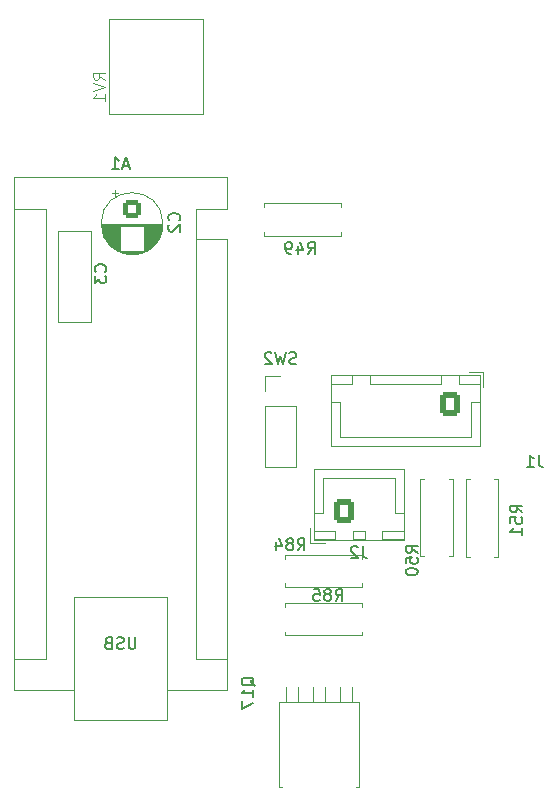
<source format=gbo>
G04 #@! TF.GenerationSoftware,KiCad,Pcbnew,9.0.6-9.0.6~ubuntu22.04.1*
G04 #@! TF.CreationDate,2025-11-27T17:33:19+09:00*
G04 #@! TF.ProjectId,LineSensor,4c696e65-5365-46e7-936f-722e6b696361,rev?*
G04 #@! TF.SameCoordinates,Original*
G04 #@! TF.FileFunction,Legend,Bot*
G04 #@! TF.FilePolarity,Positive*
%FSLAX46Y46*%
G04 Gerber Fmt 4.6, Leading zero omitted, Abs format (unit mm)*
G04 Created by KiCad (PCBNEW 9.0.6-9.0.6~ubuntu22.04.1) date 2025-11-27 17:33:19*
%MOMM*%
%LPD*%
G01*
G04 APERTURE LIST*
G04 Aperture macros list*
%AMRoundRect*
0 Rectangle with rounded corners*
0 $1 Rounding radius*
0 $2 $3 $4 $5 $6 $7 $8 $9 X,Y pos of 4 corners*
0 Add a 4 corners polygon primitive as box body*
4,1,4,$2,$3,$4,$5,$6,$7,$8,$9,$2,$3,0*
0 Add four circle primitives for the rounded corners*
1,1,$1+$1,$2,$3*
1,1,$1+$1,$4,$5*
1,1,$1+$1,$6,$7*
1,1,$1+$1,$8,$9*
0 Add four rect primitives between the rounded corners*
20,1,$1+$1,$2,$3,$4,$5,0*
20,1,$1+$1,$4,$5,$6,$7,0*
20,1,$1+$1,$6,$7,$8,$9,0*
20,1,$1+$1,$8,$9,$2,$3,0*%
G04 Aperture macros list end*
%ADD10C,0.150000*%
%ADD11C,0.100000*%
%ADD12C,0.120000*%
%ADD13C,3.200000*%
%ADD14R,1.700000X1.700000*%
%ADD15C,1.700000*%
%ADD16C,1.600000*%
%ADD17RoundRect,0.250000X-0.550000X0.550000X-0.550000X-0.550000X0.550000X-0.550000X0.550000X0.550000X0*%
%ADD18RoundRect,0.250000X-0.600000X-0.750000X0.600000X-0.750000X0.600000X0.750000X-0.600000X0.750000X0*%
%ADD19O,1.700000X2.000000*%
%ADD20RoundRect,0.250000X0.600000X0.725000X-0.600000X0.725000X-0.600000X-0.725000X0.600000X-0.725000X0*%
%ADD21O,1.700000X1.950000*%
%ADD22R,1.600000X1.600000*%
%ADD23O,1.600000X1.600000*%
%ADD24C,1.400000*%
%ADD25C,2.000000*%
%ADD26R,1.717500X1.800000*%
%ADD27O,1.717500X1.800000*%
%ADD28R,5.700000X6.200000*%
G04 APERTURE END LIST*
D10*
X164867332Y-92952200D02*
X164724475Y-92999819D01*
X164724475Y-92999819D02*
X164486380Y-92999819D01*
X164486380Y-92999819D02*
X164391142Y-92952200D01*
X164391142Y-92952200D02*
X164343523Y-92904580D01*
X164343523Y-92904580D02*
X164295904Y-92809342D01*
X164295904Y-92809342D02*
X164295904Y-92714104D01*
X164295904Y-92714104D02*
X164343523Y-92618866D01*
X164343523Y-92618866D02*
X164391142Y-92571247D01*
X164391142Y-92571247D02*
X164486380Y-92523628D01*
X164486380Y-92523628D02*
X164676856Y-92476009D01*
X164676856Y-92476009D02*
X164772094Y-92428390D01*
X164772094Y-92428390D02*
X164819713Y-92380771D01*
X164819713Y-92380771D02*
X164867332Y-92285533D01*
X164867332Y-92285533D02*
X164867332Y-92190295D01*
X164867332Y-92190295D02*
X164819713Y-92095057D01*
X164819713Y-92095057D02*
X164772094Y-92047438D01*
X164772094Y-92047438D02*
X164676856Y-91999819D01*
X164676856Y-91999819D02*
X164438761Y-91999819D01*
X164438761Y-91999819D02*
X164295904Y-92047438D01*
X163962570Y-91999819D02*
X163724475Y-92999819D01*
X163724475Y-92999819D02*
X163533999Y-92285533D01*
X163533999Y-92285533D02*
X163343523Y-92999819D01*
X163343523Y-92999819D02*
X163105428Y-91999819D01*
X162772094Y-92095057D02*
X162724475Y-92047438D01*
X162724475Y-92047438D02*
X162629237Y-91999819D01*
X162629237Y-91999819D02*
X162391142Y-91999819D01*
X162391142Y-91999819D02*
X162295904Y-92047438D01*
X162295904Y-92047438D02*
X162248285Y-92095057D01*
X162248285Y-92095057D02*
X162200666Y-92190295D01*
X162200666Y-92190295D02*
X162200666Y-92285533D01*
X162200666Y-92285533D02*
X162248285Y-92428390D01*
X162248285Y-92428390D02*
X162819713Y-92999819D01*
X162819713Y-92999819D02*
X162200666Y-92999819D01*
X164985857Y-108756819D02*
X165319190Y-108280628D01*
X165557285Y-108756819D02*
X165557285Y-107756819D01*
X165557285Y-107756819D02*
X165176333Y-107756819D01*
X165176333Y-107756819D02*
X165081095Y-107804438D01*
X165081095Y-107804438D02*
X165033476Y-107852057D01*
X165033476Y-107852057D02*
X164985857Y-107947295D01*
X164985857Y-107947295D02*
X164985857Y-108090152D01*
X164985857Y-108090152D02*
X165033476Y-108185390D01*
X165033476Y-108185390D02*
X165081095Y-108233009D01*
X165081095Y-108233009D02*
X165176333Y-108280628D01*
X165176333Y-108280628D02*
X165557285Y-108280628D01*
X164414428Y-108185390D02*
X164509666Y-108137771D01*
X164509666Y-108137771D02*
X164557285Y-108090152D01*
X164557285Y-108090152D02*
X164604904Y-107994914D01*
X164604904Y-107994914D02*
X164604904Y-107947295D01*
X164604904Y-107947295D02*
X164557285Y-107852057D01*
X164557285Y-107852057D02*
X164509666Y-107804438D01*
X164509666Y-107804438D02*
X164414428Y-107756819D01*
X164414428Y-107756819D02*
X164223952Y-107756819D01*
X164223952Y-107756819D02*
X164128714Y-107804438D01*
X164128714Y-107804438D02*
X164081095Y-107852057D01*
X164081095Y-107852057D02*
X164033476Y-107947295D01*
X164033476Y-107947295D02*
X164033476Y-107994914D01*
X164033476Y-107994914D02*
X164081095Y-108090152D01*
X164081095Y-108090152D02*
X164128714Y-108137771D01*
X164128714Y-108137771D02*
X164223952Y-108185390D01*
X164223952Y-108185390D02*
X164414428Y-108185390D01*
X164414428Y-108185390D02*
X164509666Y-108233009D01*
X164509666Y-108233009D02*
X164557285Y-108280628D01*
X164557285Y-108280628D02*
X164604904Y-108375866D01*
X164604904Y-108375866D02*
X164604904Y-108566342D01*
X164604904Y-108566342D02*
X164557285Y-108661580D01*
X164557285Y-108661580D02*
X164509666Y-108709200D01*
X164509666Y-108709200D02*
X164414428Y-108756819D01*
X164414428Y-108756819D02*
X164223952Y-108756819D01*
X164223952Y-108756819D02*
X164128714Y-108709200D01*
X164128714Y-108709200D02*
X164081095Y-108661580D01*
X164081095Y-108661580D02*
X164033476Y-108566342D01*
X164033476Y-108566342D02*
X164033476Y-108375866D01*
X164033476Y-108375866D02*
X164081095Y-108280628D01*
X164081095Y-108280628D02*
X164128714Y-108233009D01*
X164128714Y-108233009D02*
X164223952Y-108185390D01*
X163176333Y-108090152D02*
X163176333Y-108756819D01*
X163414428Y-107709200D02*
X163652523Y-108423485D01*
X163652523Y-108423485D02*
X163033476Y-108423485D01*
X154939580Y-80824445D02*
X154987200Y-80776826D01*
X154987200Y-80776826D02*
X155034819Y-80633969D01*
X155034819Y-80633969D02*
X155034819Y-80538731D01*
X155034819Y-80538731D02*
X154987200Y-80395874D01*
X154987200Y-80395874D02*
X154891961Y-80300636D01*
X154891961Y-80300636D02*
X154796723Y-80253017D01*
X154796723Y-80253017D02*
X154606247Y-80205398D01*
X154606247Y-80205398D02*
X154463390Y-80205398D01*
X154463390Y-80205398D02*
X154272914Y-80253017D01*
X154272914Y-80253017D02*
X154177676Y-80300636D01*
X154177676Y-80300636D02*
X154082438Y-80395874D01*
X154082438Y-80395874D02*
X154034819Y-80538731D01*
X154034819Y-80538731D02*
X154034819Y-80633969D01*
X154034819Y-80633969D02*
X154082438Y-80776826D01*
X154082438Y-80776826D02*
X154130057Y-80824445D01*
X154130057Y-81205398D02*
X154082438Y-81253017D01*
X154082438Y-81253017D02*
X154034819Y-81348255D01*
X154034819Y-81348255D02*
X154034819Y-81586350D01*
X154034819Y-81586350D02*
X154082438Y-81681588D01*
X154082438Y-81681588D02*
X154130057Y-81729207D01*
X154130057Y-81729207D02*
X154225295Y-81776826D01*
X154225295Y-81776826D02*
X154320533Y-81776826D01*
X154320533Y-81776826D02*
X154463390Y-81729207D01*
X154463390Y-81729207D02*
X155034819Y-81157779D01*
X155034819Y-81157779D02*
X155034819Y-81776826D01*
X170483333Y-108404819D02*
X170483333Y-109119104D01*
X170483333Y-109119104D02*
X170530952Y-109261961D01*
X170530952Y-109261961D02*
X170626190Y-109357200D01*
X170626190Y-109357200D02*
X170769047Y-109404819D01*
X170769047Y-109404819D02*
X170864285Y-109404819D01*
X170054761Y-108500057D02*
X170007142Y-108452438D01*
X170007142Y-108452438D02*
X169911904Y-108404819D01*
X169911904Y-108404819D02*
X169673809Y-108404819D01*
X169673809Y-108404819D02*
X169578571Y-108452438D01*
X169578571Y-108452438D02*
X169530952Y-108500057D01*
X169530952Y-108500057D02*
X169483333Y-108595295D01*
X169483333Y-108595295D02*
X169483333Y-108690533D01*
X169483333Y-108690533D02*
X169530952Y-108833390D01*
X169530952Y-108833390D02*
X170102380Y-109404819D01*
X170102380Y-109404819D02*
X169483333Y-109404819D01*
X185402333Y-100687819D02*
X185402333Y-101402104D01*
X185402333Y-101402104D02*
X185449952Y-101544961D01*
X185449952Y-101544961D02*
X185545190Y-101640200D01*
X185545190Y-101640200D02*
X185688047Y-101687819D01*
X185688047Y-101687819D02*
X185783285Y-101687819D01*
X184402333Y-101687819D02*
X184973761Y-101687819D01*
X184688047Y-101687819D02*
X184688047Y-100687819D01*
X184688047Y-100687819D02*
X184783285Y-100830676D01*
X184783285Y-100830676D02*
X184878523Y-100925914D01*
X184878523Y-100925914D02*
X184973761Y-100973533D01*
X150704285Y-76198104D02*
X150228095Y-76198104D01*
X150799523Y-76483819D02*
X150466190Y-75483819D01*
X150466190Y-75483819D02*
X150132857Y-76483819D01*
X149275714Y-76483819D02*
X149847142Y-76483819D01*
X149561428Y-76483819D02*
X149561428Y-75483819D01*
X149561428Y-75483819D02*
X149656666Y-75626676D01*
X149656666Y-75626676D02*
X149751904Y-75721914D01*
X149751904Y-75721914D02*
X149847142Y-75769533D01*
X151251904Y-116123819D02*
X151251904Y-116933342D01*
X151251904Y-116933342D02*
X151204285Y-117028580D01*
X151204285Y-117028580D02*
X151156666Y-117076200D01*
X151156666Y-117076200D02*
X151061428Y-117123819D01*
X151061428Y-117123819D02*
X150870952Y-117123819D01*
X150870952Y-117123819D02*
X150775714Y-117076200D01*
X150775714Y-117076200D02*
X150728095Y-117028580D01*
X150728095Y-117028580D02*
X150680476Y-116933342D01*
X150680476Y-116933342D02*
X150680476Y-116123819D01*
X150251904Y-117076200D02*
X150109047Y-117123819D01*
X150109047Y-117123819D02*
X149870952Y-117123819D01*
X149870952Y-117123819D02*
X149775714Y-117076200D01*
X149775714Y-117076200D02*
X149728095Y-117028580D01*
X149728095Y-117028580D02*
X149680476Y-116933342D01*
X149680476Y-116933342D02*
X149680476Y-116838104D01*
X149680476Y-116838104D02*
X149728095Y-116742866D01*
X149728095Y-116742866D02*
X149775714Y-116695247D01*
X149775714Y-116695247D02*
X149870952Y-116647628D01*
X149870952Y-116647628D02*
X150061428Y-116600009D01*
X150061428Y-116600009D02*
X150156666Y-116552390D01*
X150156666Y-116552390D02*
X150204285Y-116504771D01*
X150204285Y-116504771D02*
X150251904Y-116409533D01*
X150251904Y-116409533D02*
X150251904Y-116314295D01*
X150251904Y-116314295D02*
X150204285Y-116219057D01*
X150204285Y-116219057D02*
X150156666Y-116171438D01*
X150156666Y-116171438D02*
X150061428Y-116123819D01*
X150061428Y-116123819D02*
X149823333Y-116123819D01*
X149823333Y-116123819D02*
X149680476Y-116171438D01*
X148918571Y-116600009D02*
X148775714Y-116647628D01*
X148775714Y-116647628D02*
X148728095Y-116695247D01*
X148728095Y-116695247D02*
X148680476Y-116790485D01*
X148680476Y-116790485D02*
X148680476Y-116933342D01*
X148680476Y-116933342D02*
X148728095Y-117028580D01*
X148728095Y-117028580D02*
X148775714Y-117076200D01*
X148775714Y-117076200D02*
X148870952Y-117123819D01*
X148870952Y-117123819D02*
X149251904Y-117123819D01*
X149251904Y-117123819D02*
X149251904Y-116123819D01*
X149251904Y-116123819D02*
X148918571Y-116123819D01*
X148918571Y-116123819D02*
X148823333Y-116171438D01*
X148823333Y-116171438D02*
X148775714Y-116219057D01*
X148775714Y-116219057D02*
X148728095Y-116314295D01*
X148728095Y-116314295D02*
X148728095Y-116409533D01*
X148728095Y-116409533D02*
X148775714Y-116504771D01*
X148775714Y-116504771D02*
X148823333Y-116552390D01*
X148823333Y-116552390D02*
X148918571Y-116600009D01*
X148918571Y-116600009D02*
X149251904Y-116600009D01*
X184004819Y-105557142D02*
X183528628Y-105223809D01*
X184004819Y-104985714D02*
X183004819Y-104985714D01*
X183004819Y-104985714D02*
X183004819Y-105366666D01*
X183004819Y-105366666D02*
X183052438Y-105461904D01*
X183052438Y-105461904D02*
X183100057Y-105509523D01*
X183100057Y-105509523D02*
X183195295Y-105557142D01*
X183195295Y-105557142D02*
X183338152Y-105557142D01*
X183338152Y-105557142D02*
X183433390Y-105509523D01*
X183433390Y-105509523D02*
X183481009Y-105461904D01*
X183481009Y-105461904D02*
X183528628Y-105366666D01*
X183528628Y-105366666D02*
X183528628Y-104985714D01*
X183004819Y-106461904D02*
X183004819Y-105985714D01*
X183004819Y-105985714D02*
X183481009Y-105938095D01*
X183481009Y-105938095D02*
X183433390Y-105985714D01*
X183433390Y-105985714D02*
X183385771Y-106080952D01*
X183385771Y-106080952D02*
X183385771Y-106319047D01*
X183385771Y-106319047D02*
X183433390Y-106414285D01*
X183433390Y-106414285D02*
X183481009Y-106461904D01*
X183481009Y-106461904D02*
X183576247Y-106509523D01*
X183576247Y-106509523D02*
X183814342Y-106509523D01*
X183814342Y-106509523D02*
X183909580Y-106461904D01*
X183909580Y-106461904D02*
X183957200Y-106414285D01*
X183957200Y-106414285D02*
X184004819Y-106319047D01*
X184004819Y-106319047D02*
X184004819Y-106080952D01*
X184004819Y-106080952D02*
X183957200Y-105985714D01*
X183957200Y-105985714D02*
X183909580Y-105938095D01*
X184004819Y-107461904D02*
X184004819Y-106890476D01*
X184004819Y-107176190D02*
X183004819Y-107176190D01*
X183004819Y-107176190D02*
X183147676Y-107080952D01*
X183147676Y-107080952D02*
X183242914Y-106985714D01*
X183242914Y-106985714D02*
X183290533Y-106890476D01*
D11*
X148657419Y-68904761D02*
X148181228Y-68571428D01*
X148657419Y-68333333D02*
X147657419Y-68333333D01*
X147657419Y-68333333D02*
X147657419Y-68714285D01*
X147657419Y-68714285D02*
X147705038Y-68809523D01*
X147705038Y-68809523D02*
X147752657Y-68857142D01*
X147752657Y-68857142D02*
X147847895Y-68904761D01*
X147847895Y-68904761D02*
X147990752Y-68904761D01*
X147990752Y-68904761D02*
X148085990Y-68857142D01*
X148085990Y-68857142D02*
X148133609Y-68809523D01*
X148133609Y-68809523D02*
X148181228Y-68714285D01*
X148181228Y-68714285D02*
X148181228Y-68333333D01*
X147657419Y-69190476D02*
X148657419Y-69523809D01*
X148657419Y-69523809D02*
X147657419Y-69857142D01*
X148657419Y-70714285D02*
X148657419Y-70142857D01*
X148657419Y-70428571D02*
X147657419Y-70428571D01*
X147657419Y-70428571D02*
X147800276Y-70333333D01*
X147800276Y-70333333D02*
X147895514Y-70238095D01*
X147895514Y-70238095D02*
X147943133Y-70142857D01*
D10*
X148704580Y-85179333D02*
X148752200Y-85131714D01*
X148752200Y-85131714D02*
X148799819Y-84988857D01*
X148799819Y-84988857D02*
X148799819Y-84893619D01*
X148799819Y-84893619D02*
X148752200Y-84750762D01*
X148752200Y-84750762D02*
X148656961Y-84655524D01*
X148656961Y-84655524D02*
X148561723Y-84607905D01*
X148561723Y-84607905D02*
X148371247Y-84560286D01*
X148371247Y-84560286D02*
X148228390Y-84560286D01*
X148228390Y-84560286D02*
X148037914Y-84607905D01*
X148037914Y-84607905D02*
X147942676Y-84655524D01*
X147942676Y-84655524D02*
X147847438Y-84750762D01*
X147847438Y-84750762D02*
X147799819Y-84893619D01*
X147799819Y-84893619D02*
X147799819Y-84988857D01*
X147799819Y-84988857D02*
X147847438Y-85131714D01*
X147847438Y-85131714D02*
X147895057Y-85179333D01*
X147799819Y-85512667D02*
X147799819Y-86131714D01*
X147799819Y-86131714D02*
X148180771Y-85798381D01*
X148180771Y-85798381D02*
X148180771Y-85941238D01*
X148180771Y-85941238D02*
X148228390Y-86036476D01*
X148228390Y-86036476D02*
X148276009Y-86084095D01*
X148276009Y-86084095D02*
X148371247Y-86131714D01*
X148371247Y-86131714D02*
X148609342Y-86131714D01*
X148609342Y-86131714D02*
X148704580Y-86084095D01*
X148704580Y-86084095D02*
X148752200Y-86036476D01*
X148752200Y-86036476D02*
X148799819Y-85941238D01*
X148799819Y-85941238D02*
X148799819Y-85655524D01*
X148799819Y-85655524D02*
X148752200Y-85560286D01*
X148752200Y-85560286D02*
X148704580Y-85512667D01*
X175154819Y-108957142D02*
X174678628Y-108623809D01*
X175154819Y-108385714D02*
X174154819Y-108385714D01*
X174154819Y-108385714D02*
X174154819Y-108766666D01*
X174154819Y-108766666D02*
X174202438Y-108861904D01*
X174202438Y-108861904D02*
X174250057Y-108909523D01*
X174250057Y-108909523D02*
X174345295Y-108957142D01*
X174345295Y-108957142D02*
X174488152Y-108957142D01*
X174488152Y-108957142D02*
X174583390Y-108909523D01*
X174583390Y-108909523D02*
X174631009Y-108861904D01*
X174631009Y-108861904D02*
X174678628Y-108766666D01*
X174678628Y-108766666D02*
X174678628Y-108385714D01*
X174154819Y-109861904D02*
X174154819Y-109385714D01*
X174154819Y-109385714D02*
X174631009Y-109338095D01*
X174631009Y-109338095D02*
X174583390Y-109385714D01*
X174583390Y-109385714D02*
X174535771Y-109480952D01*
X174535771Y-109480952D02*
X174535771Y-109719047D01*
X174535771Y-109719047D02*
X174583390Y-109814285D01*
X174583390Y-109814285D02*
X174631009Y-109861904D01*
X174631009Y-109861904D02*
X174726247Y-109909523D01*
X174726247Y-109909523D02*
X174964342Y-109909523D01*
X174964342Y-109909523D02*
X175059580Y-109861904D01*
X175059580Y-109861904D02*
X175107200Y-109814285D01*
X175107200Y-109814285D02*
X175154819Y-109719047D01*
X175154819Y-109719047D02*
X175154819Y-109480952D01*
X175154819Y-109480952D02*
X175107200Y-109385714D01*
X175107200Y-109385714D02*
X175059580Y-109338095D01*
X174154819Y-110528571D02*
X174154819Y-110623809D01*
X174154819Y-110623809D02*
X174202438Y-110719047D01*
X174202438Y-110719047D02*
X174250057Y-110766666D01*
X174250057Y-110766666D02*
X174345295Y-110814285D01*
X174345295Y-110814285D02*
X174535771Y-110861904D01*
X174535771Y-110861904D02*
X174773866Y-110861904D01*
X174773866Y-110861904D02*
X174964342Y-110814285D01*
X174964342Y-110814285D02*
X175059580Y-110766666D01*
X175059580Y-110766666D02*
X175107200Y-110719047D01*
X175107200Y-110719047D02*
X175154819Y-110623809D01*
X175154819Y-110623809D02*
X175154819Y-110528571D01*
X175154819Y-110528571D02*
X175107200Y-110433333D01*
X175107200Y-110433333D02*
X175059580Y-110385714D01*
X175059580Y-110385714D02*
X174964342Y-110338095D01*
X174964342Y-110338095D02*
X174773866Y-110290476D01*
X174773866Y-110290476D02*
X174535771Y-110290476D01*
X174535771Y-110290476D02*
X174345295Y-110338095D01*
X174345295Y-110338095D02*
X174250057Y-110385714D01*
X174250057Y-110385714D02*
X174202438Y-110433333D01*
X174202438Y-110433333D02*
X174154819Y-110528571D01*
X165842857Y-83668819D02*
X166176190Y-83192628D01*
X166414285Y-83668819D02*
X166414285Y-82668819D01*
X166414285Y-82668819D02*
X166033333Y-82668819D01*
X166033333Y-82668819D02*
X165938095Y-82716438D01*
X165938095Y-82716438D02*
X165890476Y-82764057D01*
X165890476Y-82764057D02*
X165842857Y-82859295D01*
X165842857Y-82859295D02*
X165842857Y-83002152D01*
X165842857Y-83002152D02*
X165890476Y-83097390D01*
X165890476Y-83097390D02*
X165938095Y-83145009D01*
X165938095Y-83145009D02*
X166033333Y-83192628D01*
X166033333Y-83192628D02*
X166414285Y-83192628D01*
X164985714Y-83002152D02*
X164985714Y-83668819D01*
X165223809Y-82621200D02*
X165461904Y-83335485D01*
X165461904Y-83335485D02*
X164842857Y-83335485D01*
X164414285Y-83668819D02*
X164223809Y-83668819D01*
X164223809Y-83668819D02*
X164128571Y-83621200D01*
X164128571Y-83621200D02*
X164080952Y-83573580D01*
X164080952Y-83573580D02*
X163985714Y-83430723D01*
X163985714Y-83430723D02*
X163938095Y-83240247D01*
X163938095Y-83240247D02*
X163938095Y-82859295D01*
X163938095Y-82859295D02*
X163985714Y-82764057D01*
X163985714Y-82764057D02*
X164033333Y-82716438D01*
X164033333Y-82716438D02*
X164128571Y-82668819D01*
X164128571Y-82668819D02*
X164319047Y-82668819D01*
X164319047Y-82668819D02*
X164414285Y-82716438D01*
X164414285Y-82716438D02*
X164461904Y-82764057D01*
X164461904Y-82764057D02*
X164509523Y-82859295D01*
X164509523Y-82859295D02*
X164509523Y-83097390D01*
X164509523Y-83097390D02*
X164461904Y-83192628D01*
X164461904Y-83192628D02*
X164414285Y-83240247D01*
X164414285Y-83240247D02*
X164319047Y-83287866D01*
X164319047Y-83287866D02*
X164128571Y-83287866D01*
X164128571Y-83287866D02*
X164033333Y-83240247D01*
X164033333Y-83240247D02*
X163985714Y-83192628D01*
X163985714Y-83192628D02*
X163938095Y-83097390D01*
X168192857Y-113054819D02*
X168526190Y-112578628D01*
X168764285Y-113054819D02*
X168764285Y-112054819D01*
X168764285Y-112054819D02*
X168383333Y-112054819D01*
X168383333Y-112054819D02*
X168288095Y-112102438D01*
X168288095Y-112102438D02*
X168240476Y-112150057D01*
X168240476Y-112150057D02*
X168192857Y-112245295D01*
X168192857Y-112245295D02*
X168192857Y-112388152D01*
X168192857Y-112388152D02*
X168240476Y-112483390D01*
X168240476Y-112483390D02*
X168288095Y-112531009D01*
X168288095Y-112531009D02*
X168383333Y-112578628D01*
X168383333Y-112578628D02*
X168764285Y-112578628D01*
X167621428Y-112483390D02*
X167716666Y-112435771D01*
X167716666Y-112435771D02*
X167764285Y-112388152D01*
X167764285Y-112388152D02*
X167811904Y-112292914D01*
X167811904Y-112292914D02*
X167811904Y-112245295D01*
X167811904Y-112245295D02*
X167764285Y-112150057D01*
X167764285Y-112150057D02*
X167716666Y-112102438D01*
X167716666Y-112102438D02*
X167621428Y-112054819D01*
X167621428Y-112054819D02*
X167430952Y-112054819D01*
X167430952Y-112054819D02*
X167335714Y-112102438D01*
X167335714Y-112102438D02*
X167288095Y-112150057D01*
X167288095Y-112150057D02*
X167240476Y-112245295D01*
X167240476Y-112245295D02*
X167240476Y-112292914D01*
X167240476Y-112292914D02*
X167288095Y-112388152D01*
X167288095Y-112388152D02*
X167335714Y-112435771D01*
X167335714Y-112435771D02*
X167430952Y-112483390D01*
X167430952Y-112483390D02*
X167621428Y-112483390D01*
X167621428Y-112483390D02*
X167716666Y-112531009D01*
X167716666Y-112531009D02*
X167764285Y-112578628D01*
X167764285Y-112578628D02*
X167811904Y-112673866D01*
X167811904Y-112673866D02*
X167811904Y-112864342D01*
X167811904Y-112864342D02*
X167764285Y-112959580D01*
X167764285Y-112959580D02*
X167716666Y-113007200D01*
X167716666Y-113007200D02*
X167621428Y-113054819D01*
X167621428Y-113054819D02*
X167430952Y-113054819D01*
X167430952Y-113054819D02*
X167335714Y-113007200D01*
X167335714Y-113007200D02*
X167288095Y-112959580D01*
X167288095Y-112959580D02*
X167240476Y-112864342D01*
X167240476Y-112864342D02*
X167240476Y-112673866D01*
X167240476Y-112673866D02*
X167288095Y-112578628D01*
X167288095Y-112578628D02*
X167335714Y-112531009D01*
X167335714Y-112531009D02*
X167430952Y-112483390D01*
X166335714Y-112054819D02*
X166811904Y-112054819D01*
X166811904Y-112054819D02*
X166859523Y-112531009D01*
X166859523Y-112531009D02*
X166811904Y-112483390D01*
X166811904Y-112483390D02*
X166716666Y-112435771D01*
X166716666Y-112435771D02*
X166478571Y-112435771D01*
X166478571Y-112435771D02*
X166383333Y-112483390D01*
X166383333Y-112483390D02*
X166335714Y-112531009D01*
X166335714Y-112531009D02*
X166288095Y-112626247D01*
X166288095Y-112626247D02*
X166288095Y-112864342D01*
X166288095Y-112864342D02*
X166335714Y-112959580D01*
X166335714Y-112959580D02*
X166383333Y-113007200D01*
X166383333Y-113007200D02*
X166478571Y-113054819D01*
X166478571Y-113054819D02*
X166716666Y-113054819D01*
X166716666Y-113054819D02*
X166811904Y-113007200D01*
X166811904Y-113007200D02*
X166859523Y-112959580D01*
X161340057Y-120258571D02*
X161292438Y-120163333D01*
X161292438Y-120163333D02*
X161197200Y-120068095D01*
X161197200Y-120068095D02*
X161054342Y-119925238D01*
X161054342Y-119925238D02*
X161006723Y-119830000D01*
X161006723Y-119830000D02*
X161006723Y-119734762D01*
X161244819Y-119782381D02*
X161197200Y-119687143D01*
X161197200Y-119687143D02*
X161101961Y-119591905D01*
X161101961Y-119591905D02*
X160911485Y-119544286D01*
X160911485Y-119544286D02*
X160578152Y-119544286D01*
X160578152Y-119544286D02*
X160387676Y-119591905D01*
X160387676Y-119591905D02*
X160292438Y-119687143D01*
X160292438Y-119687143D02*
X160244819Y-119782381D01*
X160244819Y-119782381D02*
X160244819Y-119972857D01*
X160244819Y-119972857D02*
X160292438Y-120068095D01*
X160292438Y-120068095D02*
X160387676Y-120163333D01*
X160387676Y-120163333D02*
X160578152Y-120210952D01*
X160578152Y-120210952D02*
X160911485Y-120210952D01*
X160911485Y-120210952D02*
X161101961Y-120163333D01*
X161101961Y-120163333D02*
X161197200Y-120068095D01*
X161197200Y-120068095D02*
X161244819Y-119972857D01*
X161244819Y-119972857D02*
X161244819Y-119782381D01*
X161244819Y-121163333D02*
X161244819Y-120591905D01*
X161244819Y-120877619D02*
X160244819Y-120877619D01*
X160244819Y-120877619D02*
X160387676Y-120782381D01*
X160387676Y-120782381D02*
X160482914Y-120687143D01*
X160482914Y-120687143D02*
X160530533Y-120591905D01*
X160244819Y-121496667D02*
X160244819Y-122163333D01*
X160244819Y-122163333D02*
X161244819Y-121734762D01*
D12*
G04 #@! TO.C,SW2*
X162204000Y-93985000D02*
X162204000Y-95315000D01*
X162204000Y-96585000D02*
X162204000Y-101725000D01*
X163534000Y-93985000D02*
X162204000Y-93985000D01*
X164864000Y-96585000D02*
X162204000Y-96585000D01*
X164864000Y-96585000D02*
X164864000Y-101725000D01*
X164864000Y-101725000D02*
X162204000Y-101725000D01*
G04 #@! TO.C,R84*
X163920000Y-109130000D02*
X170460000Y-109130000D01*
X163920000Y-109460000D02*
X163920000Y-109130000D01*
X163920000Y-111540000D02*
X163920000Y-111870000D01*
X163920000Y-111870000D02*
X170460000Y-111870000D01*
X170460000Y-109130000D02*
X170460000Y-109460000D01*
X170460000Y-111870000D02*
X170460000Y-111540000D01*
G04 #@! TO.C,C2*
X148381000Y-81102000D02*
X153541000Y-81102000D01*
X148381000Y-81142000D02*
X153541000Y-81142000D01*
X148382000Y-81182000D02*
X153540000Y-81182000D01*
X148384000Y-81222000D02*
X153538000Y-81222000D01*
X148386000Y-81262000D02*
X153536000Y-81262000D01*
X148389000Y-81302000D02*
X153533000Y-81302000D01*
X148392000Y-81342000D02*
X149921000Y-81342000D01*
X148396000Y-81382000D02*
X149921000Y-81382000D01*
X148401000Y-81422000D02*
X149921000Y-81422000D01*
X148406000Y-81462000D02*
X149921000Y-81462000D01*
X148412000Y-81502000D02*
X149921000Y-81502000D01*
X148418000Y-81542000D02*
X149921000Y-81542000D01*
X148425000Y-81582000D02*
X149921000Y-81582000D01*
X148433000Y-81622000D02*
X149921000Y-81622000D01*
X148442000Y-81662000D02*
X149921000Y-81662000D01*
X148451000Y-81702000D02*
X149921000Y-81702000D01*
X148460000Y-81742000D02*
X149921000Y-81742000D01*
X148471000Y-81782000D02*
X149921000Y-81782000D01*
X148482000Y-81822000D02*
X149921000Y-81822000D01*
X148494000Y-81862000D02*
X149921000Y-81862000D01*
X148506000Y-81902000D02*
X149921000Y-81902000D01*
X148519000Y-81942000D02*
X149921000Y-81942000D01*
X148533000Y-81982000D02*
X149921000Y-81982000D01*
X148548000Y-82022000D02*
X149921000Y-82022000D01*
X148563000Y-82062000D02*
X149921000Y-82062000D01*
X148579000Y-82102000D02*
X149921000Y-82102000D01*
X148596000Y-82142000D02*
X149921000Y-82142000D01*
X148614000Y-82182000D02*
X149921000Y-82182000D01*
X148632000Y-82222000D02*
X149921000Y-82222000D01*
X148652000Y-82262000D02*
X149921000Y-82262000D01*
X148672000Y-82302000D02*
X149921000Y-82302000D01*
X148693000Y-82342000D02*
X149921000Y-82342000D01*
X148715000Y-82382000D02*
X149921000Y-82382000D01*
X148738000Y-82422000D02*
X149921000Y-82422000D01*
X148762000Y-82462000D02*
X149921000Y-82462000D01*
X148786000Y-82502000D02*
X149921000Y-82502000D01*
X148812000Y-82542000D02*
X149921000Y-82542000D01*
X148839000Y-82582000D02*
X149921000Y-82582000D01*
X148867000Y-82622000D02*
X149921000Y-82622000D01*
X148896000Y-82662000D02*
X149921000Y-82662000D01*
X148926000Y-82702000D02*
X149921000Y-82702000D01*
X148958000Y-82742000D02*
X149921000Y-82742000D01*
X148991000Y-82782000D02*
X149921000Y-82782000D01*
X149025000Y-82822000D02*
X149921000Y-82822000D01*
X149060000Y-82862000D02*
X149921000Y-82862000D01*
X149097000Y-82902000D02*
X149921000Y-82902000D01*
X149136000Y-82942000D02*
X149921000Y-82942000D01*
X149176000Y-82982000D02*
X149921000Y-82982000D01*
X149218000Y-83022000D02*
X149921000Y-83022000D01*
X149236000Y-78547225D02*
X149736000Y-78547225D01*
X149262000Y-83062000D02*
X149921000Y-83062000D01*
X149309000Y-83102000D02*
X149921000Y-83102000D01*
X149357000Y-83142000D02*
X149921000Y-83142000D01*
X149408000Y-83182000D02*
X149921000Y-83182000D01*
X149462000Y-83222000D02*
X149921000Y-83222000D01*
X149486000Y-78297225D02*
X149486000Y-78797225D01*
X149518000Y-83262000D02*
X149921000Y-83262000D01*
X149578000Y-83302000D02*
X149921000Y-83302000D01*
X149642000Y-83342000D02*
X149921000Y-83342000D01*
X149710000Y-83382000D02*
X149921000Y-83382000D01*
X149784000Y-83422000D02*
X152138000Y-83422000D01*
X149863000Y-83462000D02*
X152059000Y-83462000D01*
X149950000Y-83502000D02*
X151972000Y-83502000D01*
X150047000Y-83542000D02*
X151875000Y-83542000D01*
X150156000Y-83582000D02*
X151766000Y-83582000D01*
X150284000Y-83622000D02*
X151638000Y-83622000D01*
X150444000Y-83662000D02*
X151478000Y-83662000D01*
X150678000Y-83702000D02*
X151244000Y-83702000D01*
X152001000Y-81342000D02*
X153530000Y-81342000D01*
X152001000Y-81382000D02*
X153526000Y-81382000D01*
X152001000Y-81422000D02*
X153521000Y-81422000D01*
X152001000Y-81462000D02*
X153516000Y-81462000D01*
X152001000Y-81502000D02*
X153510000Y-81502000D01*
X152001000Y-81542000D02*
X153504000Y-81542000D01*
X152001000Y-81582000D02*
X153497000Y-81582000D01*
X152001000Y-81622000D02*
X153489000Y-81622000D01*
X152001000Y-81662000D02*
X153480000Y-81662000D01*
X152001000Y-81702000D02*
X153471000Y-81702000D01*
X152001000Y-81742000D02*
X153462000Y-81742000D01*
X152001000Y-81782000D02*
X153451000Y-81782000D01*
X152001000Y-81822000D02*
X153440000Y-81822000D01*
X152001000Y-81862000D02*
X153428000Y-81862000D01*
X152001000Y-81902000D02*
X153416000Y-81902000D01*
X152001000Y-81942000D02*
X153403000Y-81942000D01*
X152001000Y-81982000D02*
X153389000Y-81982000D01*
X152001000Y-82022000D02*
X153374000Y-82022000D01*
X152001000Y-82062000D02*
X153359000Y-82062000D01*
X152001000Y-82102000D02*
X153343000Y-82102000D01*
X152001000Y-82142000D02*
X153326000Y-82142000D01*
X152001000Y-82182000D02*
X153308000Y-82182000D01*
X152001000Y-82222000D02*
X153290000Y-82222000D01*
X152001000Y-82262000D02*
X153270000Y-82262000D01*
X152001000Y-82302000D02*
X153250000Y-82302000D01*
X152001000Y-82342000D02*
X153229000Y-82342000D01*
X152001000Y-82382000D02*
X153207000Y-82382000D01*
X152001000Y-82422000D02*
X153184000Y-82422000D01*
X152001000Y-82462000D02*
X153160000Y-82462000D01*
X152001000Y-82502000D02*
X153136000Y-82502000D01*
X152001000Y-82542000D02*
X153110000Y-82542000D01*
X152001000Y-82582000D02*
X153083000Y-82582000D01*
X152001000Y-82622000D02*
X153055000Y-82622000D01*
X152001000Y-82662000D02*
X153026000Y-82662000D01*
X152001000Y-82702000D02*
X152996000Y-82702000D01*
X152001000Y-82742000D02*
X152964000Y-82742000D01*
X152001000Y-82782000D02*
X152931000Y-82782000D01*
X152001000Y-82822000D02*
X152897000Y-82822000D01*
X152001000Y-82862000D02*
X152862000Y-82862000D01*
X152001000Y-82902000D02*
X152825000Y-82902000D01*
X152001000Y-82942000D02*
X152786000Y-82942000D01*
X152001000Y-82982000D02*
X152746000Y-82982000D01*
X152001000Y-83022000D02*
X152704000Y-83022000D01*
X152001000Y-83062000D02*
X152660000Y-83062000D01*
X152001000Y-83102000D02*
X152613000Y-83102000D01*
X152001000Y-83142000D02*
X152565000Y-83142000D01*
X152001000Y-83182000D02*
X152514000Y-83182000D01*
X152001000Y-83222000D02*
X152460000Y-83222000D01*
X152001000Y-83262000D02*
X152404000Y-83262000D01*
X152001000Y-83302000D02*
X152344000Y-83302000D01*
X152001000Y-83342000D02*
X152280000Y-83342000D01*
X152001000Y-83382000D02*
X152212000Y-83382000D01*
X153581000Y-81102000D02*
G75*
G02*
X148341000Y-81102000I-2620000J0D01*
G01*
X148341000Y-81102000D02*
G75*
G02*
X153581000Y-81102000I2620000J0D01*
G01*
G04 #@! TO.C,J2*
X166050000Y-108150000D02*
X166050000Y-106900000D01*
X166340000Y-101890000D02*
X173960000Y-101890000D01*
X166340000Y-107860000D02*
X166340000Y-101890000D01*
X166350000Y-105600000D02*
X167100000Y-105600000D01*
X166350000Y-107100000D02*
X168150000Y-107100000D01*
X166350000Y-107850000D02*
X166350000Y-107100000D01*
X167100000Y-102650000D02*
X170150000Y-102650000D01*
X167100000Y-105600000D02*
X167100000Y-102650000D01*
X167300000Y-108150000D02*
X166050000Y-108150000D01*
X168150000Y-107100000D02*
X168150000Y-107850000D01*
X168150000Y-107850000D02*
X166350000Y-107850000D01*
X169650000Y-107100000D02*
X170650000Y-107100000D01*
X169650000Y-107850000D02*
X169650000Y-107100000D01*
X170650000Y-107100000D02*
X170650000Y-107850000D01*
X170650000Y-107850000D02*
X169650000Y-107850000D01*
X172150000Y-107100000D02*
X173950000Y-107100000D01*
X172150000Y-107850000D02*
X172150000Y-107100000D01*
X173200000Y-102650000D02*
X170150000Y-102650000D01*
X173200000Y-105600000D02*
X173200000Y-102650000D01*
X173950000Y-105600000D02*
X173200000Y-105600000D01*
X173950000Y-107100000D02*
X173950000Y-107850000D01*
X173950000Y-107850000D02*
X172150000Y-107850000D01*
X173960000Y-101890000D02*
X173960000Y-107860000D01*
X173960000Y-107860000D02*
X166340000Y-107860000D01*
G04 #@! TO.C,J1*
X167801000Y-93947000D02*
X180421000Y-93947000D01*
X167801000Y-99917000D02*
X167801000Y-93947000D01*
X167811000Y-93957000D02*
X169611000Y-93957000D01*
X167811000Y-94707000D02*
X167811000Y-93957000D01*
X167811000Y-96207000D02*
X168561000Y-96207000D01*
X168561000Y-96207000D02*
X168561000Y-99157000D01*
X168561000Y-99157000D02*
X174111000Y-99157000D01*
X169611000Y-93957000D02*
X169611000Y-94707000D01*
X169611000Y-94707000D02*
X167811000Y-94707000D01*
X171111000Y-93957000D02*
X177111000Y-93957000D01*
X171111000Y-94707000D02*
X171111000Y-93957000D01*
X177111000Y-93957000D02*
X177111000Y-94707000D01*
X177111000Y-94707000D02*
X171111000Y-94707000D01*
X178611000Y-93957000D02*
X180411000Y-93957000D01*
X178611000Y-94707000D02*
X178611000Y-93957000D01*
X179461000Y-93657000D02*
X180711000Y-93657000D01*
X179661000Y-96207000D02*
X179661000Y-99157000D01*
X179661000Y-99157000D02*
X174111000Y-99157000D01*
X180411000Y-93957000D02*
X180411000Y-94707000D01*
X180411000Y-94707000D02*
X178611000Y-94707000D01*
X180411000Y-96207000D02*
X179661000Y-96207000D01*
X180421000Y-93947000D02*
X180421000Y-99917000D01*
X180421000Y-99917000D02*
X167801000Y-99917000D01*
X180711000Y-93657000D02*
X180711000Y-94907000D01*
G04 #@! TO.C,A1*
X140970000Y-77169000D02*
X159010000Y-77169000D01*
X140970000Y-120609000D02*
X140970000Y-77169000D01*
X140970000Y-120609000D02*
X146050000Y-120609000D01*
X143640000Y-79839000D02*
X140970000Y-79839000D01*
X143640000Y-79839000D02*
X143640000Y-117939000D01*
X143640000Y-117939000D02*
X140970000Y-117939000D01*
X146050000Y-112729000D02*
X146050000Y-123149000D01*
X146050000Y-123149000D02*
X153930000Y-123149000D01*
X153930000Y-112729000D02*
X146050000Y-112729000D01*
X153930000Y-123149000D02*
X153930000Y-112729000D01*
X156340000Y-79839000D02*
X159010000Y-79839000D01*
X156340000Y-82379000D02*
X156340000Y-79839000D01*
X156340000Y-82379000D02*
X156340000Y-117939000D01*
X156340000Y-82379000D02*
X159010000Y-82379000D01*
X156340000Y-117939000D02*
X159010000Y-117939000D01*
X159010000Y-77169000D02*
X159010000Y-79839000D01*
X159010000Y-82379000D02*
X159010000Y-120609000D01*
X159010000Y-120609000D02*
X153930000Y-120609000D01*
G04 #@! TO.C,R51*
X179223000Y-102770000D02*
X179223000Y-109310000D01*
X179223000Y-109310000D02*
X179553000Y-109310000D01*
X179553000Y-102770000D02*
X179223000Y-102770000D01*
X181633000Y-102770000D02*
X181963000Y-102770000D01*
X181963000Y-102770000D02*
X181963001Y-109310000D01*
X181963001Y-109310000D02*
X181633000Y-109310000D01*
G04 #@! TO.C,RV1*
D11*
X149000000Y-63800000D02*
X157000000Y-63800000D01*
X157000000Y-71800000D01*
X149000000Y-71800000D01*
X149000000Y-63800000D01*
D12*
G04 #@! TO.C,C3*
X144711000Y-81712000D02*
X144711000Y-89452000D01*
X144711000Y-89452000D02*
X147451000Y-89452000D01*
X147451000Y-81712000D02*
X144711000Y-81712000D01*
X147451000Y-89452000D02*
X147451000Y-81712000D01*
G04 #@! TO.C,R50*
X175380000Y-102740000D02*
X175710000Y-102740000D01*
X175380000Y-109280000D02*
X175380000Y-102740000D01*
X175710000Y-109280000D02*
X175380000Y-109280000D01*
X177790000Y-109280000D02*
X178120000Y-109280000D01*
X178120000Y-102740000D02*
X177790000Y-102740000D01*
X178120000Y-109280000D02*
X178120000Y-102740000D01*
G04 #@! TO.C,R49*
X162149000Y-79388000D02*
X162149000Y-79718000D01*
X162149000Y-82128000D02*
X162149000Y-81798000D01*
X168689000Y-79388000D02*
X162149000Y-79388000D01*
X168689000Y-79718000D02*
X168689000Y-79388000D01*
X168689000Y-81798000D02*
X168689000Y-82128000D01*
X168689000Y-82128000D02*
X162149000Y-82128000D01*
G04 #@! TO.C,R85*
X163920000Y-113230000D02*
X163920000Y-113560000D01*
X163920000Y-115970000D02*
X163920000Y-115640000D01*
X170460000Y-113230000D02*
X163920000Y-113230000D01*
X170460000Y-113560000D02*
X170460000Y-113230000D01*
X170460000Y-115640000D02*
X170460000Y-115970000D01*
X170460000Y-115970000D02*
X163920000Y-115970000D01*
G04 #@! TO.C,Q17*
X163390000Y-121590000D02*
X163390000Y-128810000D01*
X163390000Y-121590000D02*
X170190000Y-121590000D01*
X163390000Y-128810000D02*
X163680000Y-128810000D01*
X164015000Y-121590000D02*
X164015000Y-120360000D01*
X164985000Y-121590000D02*
X164985000Y-120360000D01*
X166305000Y-121590000D02*
X166305000Y-120360000D01*
X167275000Y-121590000D02*
X167275000Y-120360000D01*
X168595000Y-121590000D02*
X168595000Y-120360000D01*
X169565000Y-121590000D02*
X169565000Y-120360000D01*
X169900000Y-128810000D02*
X170190000Y-128810000D01*
X170190000Y-121590000D02*
X170190000Y-128810000D01*
G04 #@! TD*
%LPC*%
D13*
G04 #@! TO.C,H1*
X187000000Y-126000000D03*
G04 #@! TD*
G04 #@! TO.C,H4*
X187000000Y-74000000D03*
G04 #@! TD*
G04 #@! TO.C,H2*
X113000000Y-126000000D03*
G04 #@! TD*
G04 #@! TO.C,H3*
X113000000Y-74000000D03*
G04 #@! TD*
D14*
G04 #@! TO.C,SW2*
X163534000Y-95315000D03*
D15*
X163534000Y-97855000D03*
X163534000Y-100395000D03*
G04 #@! TD*
D16*
G04 #@! TO.C,R84*
X163380000Y-110500000D03*
X171000000Y-110500000D03*
G04 #@! TD*
D17*
G04 #@! TO.C,C2*
X150961000Y-79852000D03*
D16*
X150961000Y-82352000D03*
G04 #@! TD*
D18*
G04 #@! TO.C,J2*
X168900000Y-105400000D03*
D19*
X171400000Y-105400000D03*
G04 #@! TD*
D20*
G04 #@! TO.C,J1*
X177861000Y-96407000D03*
D21*
X175361000Y-96407000D03*
X172861000Y-96407000D03*
X170361000Y-96407000D03*
G04 #@! TD*
D22*
G04 #@! TO.C,A1*
X157610000Y-81109000D03*
D23*
X157610000Y-83649000D03*
X157610000Y-86189000D03*
X157610000Y-88729000D03*
X157610000Y-91269000D03*
X157610000Y-93809000D03*
X157610000Y-96349000D03*
X157610000Y-98889000D03*
X157610000Y-101429000D03*
X157610000Y-103969000D03*
X157610000Y-106509000D03*
X157610000Y-109049000D03*
X157610000Y-111589000D03*
X157610000Y-114129000D03*
X157610000Y-116669000D03*
X142370000Y-116669000D03*
X142370000Y-114129000D03*
X142370000Y-111589000D03*
X142370000Y-109049000D03*
X142370000Y-106509000D03*
X142370000Y-103969000D03*
X142370000Y-101429000D03*
X142370000Y-98889000D03*
X142370000Y-96349000D03*
X142370000Y-93809000D03*
X142370000Y-91269000D03*
X142370000Y-88729000D03*
X142370000Y-86189000D03*
X142370000Y-83649000D03*
X142370000Y-81109000D03*
G04 #@! TD*
D16*
G04 #@! TO.C,R51*
X180593000Y-102230000D03*
X180592999Y-109850000D03*
G04 #@! TD*
D24*
G04 #@! TO.C,RV1*
X153000000Y-65260000D03*
X155540000Y-67800000D03*
X153000000Y-70340000D03*
G04 #@! TD*
D25*
G04 #@! TO.C,C3*
X146081000Y-88082000D03*
X146081000Y-83082000D03*
G04 #@! TD*
D16*
G04 #@! TO.C,R50*
X176750000Y-109820000D03*
X176750000Y-102200000D03*
G04 #@! TD*
G04 #@! TO.C,R49*
X169229000Y-80758000D03*
X161609000Y-80758000D03*
G04 #@! TD*
G04 #@! TO.C,R85*
X171000000Y-114600000D03*
X163380000Y-114600000D03*
G04 #@! TD*
D26*
G04 #@! TO.C,Q17*
X164500000Y-119200000D03*
D27*
X166790000Y-119200000D03*
X169080000Y-119200000D03*
D28*
X166790000Y-126633000D03*
G04 #@! TD*
%LPD*%
M02*

</source>
